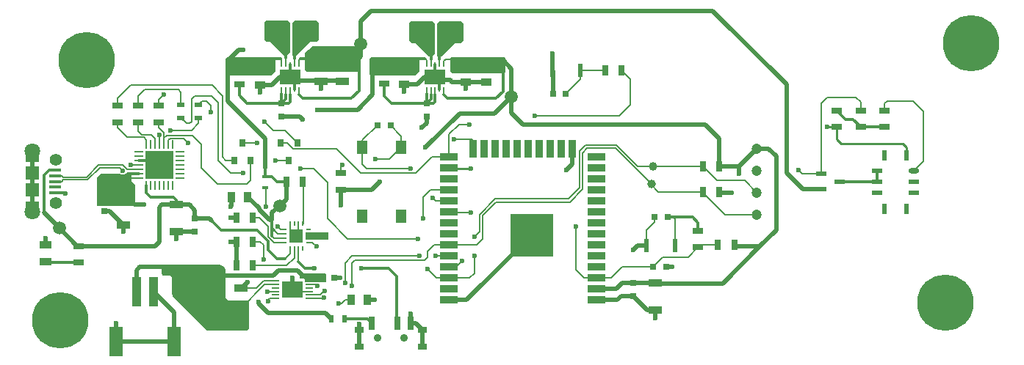
<source format=gtl>
G04*
G04 #@! TF.GenerationSoftware,Altium Limited,Altium Designer,18.1.9 (240)*
G04*
G04 Layer_Physical_Order=1*
G04 Layer_Color=255*
%FSLAX25Y25*%
%MOIN*%
G70*
G01*
G75*
%ADD12C,0.01181*%
%ADD14C,0.00787*%
%ADD17C,0.01000*%
%ADD18R,0.06299X0.03543*%
%ADD19R,0.02756X0.05118*%
%ADD20R,0.03543X0.05118*%
%ADD21O,0.03543X0.00787*%
%ADD22R,0.09646X0.07677*%
%ADD23C,0.05906*%
%ADD24R,0.05906X0.13386*%
%ADD25R,0.03937X0.13780*%
%ADD26C,0.03937*%
%ADD27R,0.05354X0.03386*%
%ADD28R,0.05118X0.02756*%
%ADD29R,0.06102X0.05906*%
%ADD30R,0.05315X0.01772*%
%ADD31R,0.04724X0.02362*%
%ADD32O,0.04724X0.02362*%
%ADD33R,0.02362X0.04724*%
%ADD34R,0.19685X0.19685*%
%ADD35R,0.07874X0.03543*%
%ADD36R,0.03543X0.07874*%
%ADD37R,0.03976X0.01063*%
%ADD38R,0.01063X0.03976*%
%ADD39R,0.12795X0.12795*%
%ADD40R,0.03150X0.03150*%
%ADD41R,0.02362X0.03543*%
%ADD42R,0.05118X0.06102*%
%ADD43R,0.06299X0.06299*%
%ADD44O,0.02362X0.00984*%
%ADD45R,0.02362X0.00984*%
%ADD46R,0.00984X0.02362*%
%ADD47R,0.03150X0.03543*%
%ADD48R,0.00945X0.02362*%
%ADD49R,0.09400X0.06500*%
%ADD50R,0.02165X0.05906*%
%ADD51R,0.03150X0.03150*%
%ADD52R,0.05118X0.03543*%
%ADD53R,0.03543X0.02362*%
%ADD54R,0.04646X0.02402*%
%ADD55R,0.02756X0.05906*%
%ADD56R,0.03937X0.03150*%
%ADD57R,0.03150X0.01181*%
%ADD66C,0.04724*%
%ADD103C,0.01968*%
%ADD104C,0.00600*%
%ADD105C,0.25591*%
%ADD106C,0.07087*%
%ADD107C,0.05543*%
%ADD108C,0.03543*%
%ADD109C,0.02362*%
G36*
X137008Y154724D02*
Y147244D01*
X135827Y146063D01*
X133016D01*
X126717Y139764D01*
X124803D01*
Y154921D01*
X125787Y155905D01*
X135827D01*
X137008Y154724D01*
D02*
G37*
G36*
X124016D02*
Y141339D01*
X122441Y139764D01*
X121260D01*
X118504Y142520D01*
X114960Y146063D01*
X113386Y146063D01*
X112205Y147244D01*
X112205Y155118D01*
X112992Y155905D01*
X122835D01*
X124016Y154724D01*
D02*
G37*
G36*
X202756Y154331D02*
Y146850D01*
X201575Y145669D01*
X198765D01*
X192465Y139370D01*
X190551D01*
Y154527D01*
X191535Y155512D01*
X201575D01*
X202756Y154331D01*
D02*
G37*
G36*
X189764D02*
Y140945D01*
X188189Y139370D01*
X187008D01*
X184252Y142126D01*
X180708Y145669D01*
X179134Y145669D01*
X177953Y146850D01*
X177953Y154724D01*
X178740Y155512D01*
X188583D01*
X189764Y154331D01*
D02*
G37*
G36*
X155965Y142461D02*
X155965Y132795D01*
X155571Y132402D01*
X131555D01*
X130709Y133248D01*
Y139035D01*
Y141176D01*
X134292Y144291D01*
X154134D01*
X155965Y142461D01*
D02*
G37*
G36*
X221713Y138673D02*
Y132374D01*
X221319Y131980D01*
X197303D01*
X196457Y132827D01*
Y138614D01*
Y138673D01*
X196909Y139067D01*
X221319D01*
X221713Y138673D01*
D02*
G37*
G36*
X182496Y138123D02*
Y132480D01*
X180724Y130709D01*
X160646D01*
X159858Y131496D01*
Y138189D01*
X160777Y139108D01*
X181512D01*
X182496Y138123D01*
D02*
G37*
G36*
X117126D02*
Y132480D01*
X115354Y130709D01*
X95276D01*
X94488Y131496D01*
Y138189D01*
X95407Y139108D01*
X116142D01*
X117126Y138123D01*
D02*
G37*
G36*
X51968Y82677D02*
X53543Y81102D01*
X53543Y72441D01*
X52756Y71653D01*
X36220Y71653D01*
X36220Y84410D01*
X38090Y86279D01*
X46764Y86279D01*
X47160Y86015D01*
X47816Y85884D01*
X48472Y86015D01*
X48868Y86279D01*
X51968D01*
Y82677D01*
D02*
G37*
G36*
X140984Y59556D02*
X141150Y59390D01*
X141240Y59173D01*
Y59055D01*
Y56791D01*
Y56674D01*
X141150Y56457D01*
X140984Y56291D01*
X140767Y56201D01*
X131398D01*
X131217Y56276D01*
X131079Y56414D01*
X131004Y56595D01*
Y56693D01*
Y59547D01*
Y59567D01*
X131019Y59603D01*
X131047Y59631D01*
X131083Y59646D01*
X140767D01*
X140984Y59556D01*
D02*
G37*
G36*
X140098Y40855D02*
X140264Y40689D01*
X140354Y40472D01*
Y40354D01*
Y37500D01*
Y37383D01*
X140264Y37165D01*
X140098Y36999D01*
X139881Y36909D01*
X130985D01*
X130768Y36999D01*
X130602Y37165D01*
X130512Y37383D01*
Y37500D01*
Y38091D01*
X130502Y38187D01*
X130429Y38364D01*
X130293Y38500D01*
X130116Y38573D01*
X130020Y38583D01*
X128638D01*
X128504Y38638D01*
X128402Y38740D01*
X128347Y38874D01*
Y38946D01*
Y40945D01*
X139881D01*
X140098Y40855D01*
D02*
G37*
G36*
X92077Y44844D02*
X92722Y44577D01*
X93302Y44189D01*
X93796Y43696D01*
X94183Y43115D01*
X94450Y42470D01*
X94587Y41786D01*
Y41437D01*
Y30315D01*
X94619Y29989D01*
X94869Y29385D01*
X95330Y28924D01*
X95933Y28674D01*
X96260Y28642D01*
X104192D01*
X104662Y28447D01*
X105022Y28087D01*
X105217Y27617D01*
Y27362D01*
Y16043D01*
Y15828D01*
X105052Y15430D01*
X104747Y15125D01*
X104349Y14961D01*
X85827D01*
X70473Y30512D01*
Y38748D01*
X70453Y38946D01*
X70301Y39312D01*
X70021Y39593D01*
X69655Y39744D01*
X69457Y39764D01*
X66694D01*
X66260Y39944D01*
X65928Y40276D01*
X65748Y40710D01*
Y40945D01*
Y44488D01*
Y44586D01*
X65823Y44767D01*
X65961Y44905D01*
X66142Y44980D01*
X91392D01*
X92077Y44844D01*
D02*
G37*
D12*
X148622Y20079D02*
X159055D01*
X129528Y39764D02*
X135827D01*
X297638Y66535D02*
X306496D01*
X295276D02*
X297638D01*
X306496D02*
X309055Y63976D01*
Y60236D02*
Y63976D01*
X62598Y92126D02*
X64567Y90158D01*
X55276Y92126D02*
X62598D01*
X372047Y114961D02*
X375984Y111024D01*
X379331D01*
X382874Y107480D01*
X382874Y107480D01*
X393701D01*
X220472Y123577D02*
Y132795D01*
X191732Y138222D02*
Y142366D01*
X187795Y138071D02*
Y140945D01*
X50246Y86221D02*
X55276D01*
X114960Y138583D02*
X115026Y138648D01*
X119501D01*
X180708Y138222D02*
X181069Y138583D01*
X185039D01*
X21654Y77559D02*
X22047Y77165D01*
X17421Y77559D02*
X21654D01*
X125696Y128543D02*
X125984Y128255D01*
X390354Y82598D02*
Y87598D01*
X373130Y82677D02*
X373209Y82598D01*
X390354D01*
X159055Y20079D02*
X160827Y18307D01*
X115748Y61417D02*
Y65354D01*
X112779Y84842D02*
Y88724D01*
Y84842D02*
X115761D01*
X117926Y82677D01*
X122228D01*
X156299Y43307D02*
X168504D01*
X130709D02*
X135039D01*
X168504D02*
X172441Y39370D01*
Y19488D02*
Y39370D01*
X12992Y46161D02*
X13287Y45866D01*
X27953D01*
X115748Y61417D02*
X116535Y60630D01*
X115748Y57874D02*
Y61417D01*
X108794Y60630D02*
X113961Y55463D01*
X92520Y60630D02*
X108794D01*
X113961Y51394D02*
Y55463D01*
X127756Y46260D02*
X130709Y43307D01*
X72244Y72047D02*
Y74213D01*
X70866Y75590D02*
X72244Y74213D01*
X60669Y75590D02*
X70866D01*
X58661Y77598D02*
X60669Y75590D01*
X58661Y77598D02*
Y80866D01*
X14567Y87795D02*
X17421D01*
X12205Y85433D02*
X14567Y87795D01*
X12205Y68504D02*
Y85433D01*
X88189Y64961D02*
X92520Y60630D01*
X113961Y51394D02*
X117913Y47441D01*
X121471D01*
X170079Y118110D02*
X185827D01*
X166535Y121653D02*
X170079Y118110D01*
X166535Y121653D02*
Y127362D01*
X185827Y122441D02*
X185827Y118110D01*
X189764Y122047D02*
X189764Y118898D01*
X188976Y118110D02*
X189764Y118898D01*
X185827Y118110D02*
X188976D01*
X185827D02*
X187795Y120079D01*
X187795Y122047D02*
X187795Y120079D01*
X217368Y120472D02*
X220472Y123577D01*
X195276Y120472D02*
X217368D01*
X193701Y122047D02*
X195276Y120472D01*
X189764Y130224D02*
Y136024D01*
X191732Y124424D02*
Y128255D01*
X125984Y138616D02*
Y141339D01*
X122047Y138976D02*
Y140748D01*
X124016Y130224D02*
Y136024D01*
X125984Y124424D02*
Y128255D01*
X155118Y123971D02*
Y133252D01*
X151620Y120472D02*
X155118Y123971D01*
X129528Y120472D02*
X151620D01*
X128740Y138616D02*
X132251D01*
X127953Y122047D02*
X129528Y120472D01*
X100787Y121760D02*
Y126969D01*
Y121760D02*
X104437Y118110D01*
X120079D01*
X122047Y122047D02*
X122047Y120079D01*
X120079Y118110D02*
X122047Y120079D01*
X120079Y118110D02*
X123228D01*
X124016Y118898D01*
X124016Y122047D02*
X124016Y118898D01*
X120079Y122441D02*
X120079Y118110D01*
X131693Y150295D02*
Y151083D01*
X116732Y150295D02*
Y151083D01*
D14*
X148819Y36614D02*
Y45669D01*
X130034Y63695D02*
Y82352D01*
X129724Y63386D02*
X130034Y63695D01*
X129709Y82677D02*
X130034Y82352D01*
X132480Y37402D02*
X136436D01*
X137992Y38958D01*
Y39764D01*
X135827D02*
X137992D01*
X112402Y35827D02*
X117126D01*
X101575Y25000D02*
X112402Y35827D01*
X101575Y22638D02*
Y25000D01*
X111917Y37402D02*
X117126D01*
X108571Y34055D02*
X111917Y37402D01*
X101575Y34055D02*
X108571D01*
X191732Y73740D02*
X196063D01*
X190039D02*
X191732D01*
X188583Y75197D02*
X190039Y73740D01*
X187563Y78740D02*
X196063D01*
X184252Y65748D02*
Y75429D01*
X187563Y78740D01*
X158661Y88583D02*
X178543D01*
X156102Y86417D02*
X180905D01*
X144949Y97571D02*
X156102Y86417D01*
X180905D02*
X188228Y93740D01*
X156693Y90551D02*
X158661Y88583D01*
X156693Y90551D02*
Y98327D01*
Y101378D02*
X163583Y108268D01*
X156693Y98327D02*
Y101378D01*
X174409Y98327D02*
Y103347D01*
X169488Y108268D02*
X174409Y103347D01*
X188228Y93740D02*
X196063D01*
X309055Y52756D02*
X310039Y53740D01*
X318110D01*
X269724Y38740D02*
X274724Y43740D01*
X288583D01*
X293071Y48228D01*
X304528D01*
X309055Y52756D01*
X285728Y53543D02*
Y60532D01*
X289370Y64173D01*
Y66535D01*
X124803Y33465D02*
X125591Y32677D01*
X132480D01*
X262992Y38740D02*
X269724D01*
X194488Y138222D02*
X198064D01*
X198425Y138583D01*
X126772Y57874D02*
X127756Y58858D01*
X125787D02*
X126772Y57874D01*
X123819Y60827D02*
X125787Y58858D01*
X123819Y60827D02*
Y63386D01*
X127756Y58858D02*
Y63386D01*
X49213Y84252D02*
X55276D01*
X48868Y84842D02*
X50246Y86221D01*
X196063Y43740D02*
X199252D01*
X201968Y46457D01*
X87795Y114173D02*
Y117307D01*
X85827Y119276D02*
X87795Y117307D01*
X84039Y119276D02*
X85827D01*
X82284Y117520D02*
X84039Y119276D01*
X191247Y128740D02*
X191732Y128255D01*
X365059Y86279D02*
Y118209D01*
X367717Y120866D01*
X380709D01*
X382874Y118701D01*
Y114961D02*
Y118701D01*
X196063Y68740D02*
X196299Y68504D01*
X205906D01*
X354724Y87795D02*
X356240Y86279D01*
X365059D01*
X407087Y87598D02*
X411417Y91929D01*
Y114567D01*
X406693Y119291D02*
X411417Y114567D01*
X394882Y119291D02*
X406693D01*
X393701Y118110D02*
X394882Y119291D01*
X393701Y114961D02*
Y118110D01*
X196063Y93740D02*
Y104134D01*
X200591Y108661D01*
X205118D01*
X235039Y112598D02*
X273425D01*
X278346Y117520D01*
Y129224D01*
X274410Y133161D02*
X278346Y129224D01*
X207028Y97677D02*
Y101240D01*
X206299Y101969D02*
X207028Y101240D01*
X198425Y101969D02*
X206299D01*
X75622Y102331D02*
X77716Y100236D01*
X67791Y103618D02*
X79453D01*
X83465Y99606D01*
X69457Y102331D02*
X75622D01*
X68504Y101378D02*
X69457Y102331D01*
X66548Y102375D02*
X67791Y103618D01*
X68504Y99449D02*
Y101378D01*
X66535Y99449D02*
Y102362D01*
X66548Y102375D01*
X168996Y92913D02*
X174409Y98327D01*
X162598Y92913D02*
X168996D01*
X146850Y89335D02*
X147673Y90158D01*
X146850Y86417D02*
Y89335D01*
X125220Y97571D02*
X144949D01*
X122555Y100236D02*
X125220Y97571D01*
X119685Y100236D02*
X122555D01*
X117323Y92362D02*
X123425D01*
X83465Y88976D02*
Y99606D01*
Y88976D02*
X90945Y81496D01*
X104331D01*
X106102Y83268D01*
Y92362D01*
X257323Y38740D02*
X262992D01*
X253543Y42520D02*
X257323Y38740D01*
X253543Y42520D02*
Y62205D01*
X250847Y73228D02*
X256693Y79075D01*
X250194Y74803D02*
X255405Y80014D01*
X217077Y74803D02*
X250194D01*
X209842Y67569D02*
X217077Y74803D01*
X102362Y100236D02*
X108898D01*
X121496Y105905D02*
X127165Y100236D01*
X116181Y105905D02*
X121496D01*
X112244Y109843D02*
X116181Y105905D01*
X112205Y109843D02*
X112244D01*
X64213Y119724D02*
X66535Y122047D01*
X64213Y117126D02*
Y119724D01*
X148819Y28740D02*
X151575D01*
X147244Y27165D02*
X148819Y28740D01*
X146063Y27165D02*
X147244D01*
X138976Y29528D02*
X139370Y29921D01*
X139442Y32927D02*
X139764D01*
X137617Y31102D02*
X139442Y32927D01*
X132480Y29528D02*
X138976D01*
X132480Y31102D02*
X137617D01*
X135433Y35827D02*
X136220Y35040D01*
X151969Y45669D02*
X153150Y46850D01*
X151969Y35039D02*
Y45669D01*
X148819D02*
X152075Y48925D01*
X132480Y35827D02*
X135433D01*
X113961Y28346D02*
Y28921D01*
X114567Y29528D01*
X117126D01*
X297638Y66535D02*
X298524Y65650D01*
Y53543D02*
Y65650D01*
X249035Y122571D02*
X255630Y129165D01*
Y133161D01*
X266929D01*
X128740Y88583D02*
X134646D01*
X96850Y86614D02*
X102756D01*
X112779Y79724D02*
X112992Y79512D01*
Y71260D02*
Y79512D01*
X118307Y62205D02*
X119685Y60827D01*
X121260D01*
X134055Y54921D02*
X135827Y53150D01*
X132283Y54921D02*
X134055D01*
X195984Y48819D02*
X196063Y48740D01*
X189961Y48819D02*
X195984D01*
X186221Y48228D02*
Y50787D01*
X184843Y46850D02*
X186221Y48228D01*
X153150Y46850D02*
X184843D01*
X186221Y50787D02*
X189173Y53740D01*
X196063D01*
X150000Y56693D02*
X182087D01*
X140945Y65748D02*
X150000Y56693D01*
X140945Y65748D02*
Y82284D01*
X134646Y88583D02*
X140945Y82284D01*
X91339Y92126D02*
X96850Y86614D01*
X91339Y92126D02*
Y118504D01*
X88386Y121457D02*
X91339Y118504D01*
X80512Y121457D02*
X88386D01*
X79134Y120079D02*
X80512Y121457D01*
X79134Y109843D02*
Y120079D01*
X78347Y109055D02*
X79134Y109843D01*
X76968Y109055D02*
X78347D01*
X76968Y109055D02*
X76968Y109055D01*
X74410Y111614D02*
X76968Y109055D01*
X74410Y117520D02*
Y123228D01*
X73228Y124409D02*
X74410Y123228D01*
X57874Y124409D02*
X73228D01*
X54921Y121457D02*
X57874Y124409D01*
X54921Y117126D02*
Y121457D01*
X94646Y92362D02*
X98622D01*
X93307Y93701D02*
X94646Y92362D01*
X93307Y93701D02*
Y121653D01*
X88583Y126378D02*
X93307Y121653D01*
X51621Y126378D02*
X88583D01*
X45630Y120387D02*
X51621Y126378D01*
X45630Y117126D02*
Y120387D01*
X152075Y48925D02*
X182480D01*
X311221Y89567D02*
X317717Y83071D01*
X330157D01*
X288583Y89567D02*
X311221D01*
X258077Y99280D02*
X271980D01*
X255405Y96609D02*
X258077Y99280D01*
X281693Y89567D02*
X288583D01*
X271980Y99280D02*
X281693Y89567D01*
X255405Y80014D02*
Y96609D01*
X330157Y83071D02*
X335630Y77598D01*
X209842Y59842D02*
Y67569D01*
X207480Y40945D02*
Y48819D01*
Y57480D02*
X209842Y59842D01*
X205276Y38740D02*
X207480Y40945D01*
X186221Y42913D02*
X190394Y38740D01*
X196063D02*
X205276D01*
X190394D02*
X196063D01*
X271586Y97705D02*
X287795Y81496D01*
X291080Y77953D02*
X310827D01*
X287795Y81238D02*
Y81496D01*
X258729Y97705D02*
X271586D01*
X256693Y95669D02*
X258729Y97705D01*
X256693Y79075D02*
Y95669D01*
X311221Y77559D02*
X321181Y67598D01*
X335630D01*
X287795Y81238D02*
X291080Y77953D01*
X310827D02*
X311221Y77559D01*
X217323Y73228D02*
X250847D01*
X211417Y67323D02*
X217323Y73228D01*
X211417Y56496D02*
Y67323D01*
X208661Y53740D02*
X211417Y56496D01*
X196063Y53740D02*
X208661D01*
X115748Y57874D02*
X116732Y56890D01*
X116602Y54921D02*
X121260D01*
X113870Y57653D02*
X116602Y54921D01*
X113870Y57653D02*
Y62221D01*
X109949Y66142D02*
X113870Y62221D01*
X107087Y66142D02*
X109949D01*
X127756Y46260D02*
Y52362D01*
X121471Y47441D02*
X123819Y49789D01*
Y52362D01*
X116732Y56890D02*
X121260D01*
X116535Y60630D02*
X118307Y58858D01*
X121260D01*
X185039Y138583D02*
X185827Y137795D01*
Y136024D02*
Y137795D01*
X191732Y136024D02*
Y138222D01*
X187795Y136024D02*
Y138071D01*
X185827Y122441D02*
X185827Y124424D01*
X187795Y122047D02*
X187795Y124424D01*
X189764Y122047D02*
X189764Y124424D01*
X193701Y122047D02*
Y124424D01*
Y137434D02*
X194488Y138222D01*
X193701Y136024D02*
Y137434D01*
X125984Y136024D02*
Y138616D01*
X120079Y136024D02*
Y138071D01*
X119501Y138648D02*
X120079Y138071D01*
X122047Y136024D02*
Y138976D01*
X127953Y137828D02*
X128740Y138616D01*
X127953Y136024D02*
Y137828D01*
Y122047D02*
Y124424D01*
X124016Y122047D02*
X124016Y124424D01*
X122047Y122047D02*
X122047Y124424D01*
X120079Y122441D02*
X120079Y124424D01*
X107087Y55315D02*
X110236D01*
X111811Y53740D01*
Y47244D02*
Y53740D01*
X113779Y32677D02*
X117126D01*
X117126Y37402D02*
X117126Y37402D01*
D17*
X196063Y88740D02*
X196221Y88583D01*
X205906D01*
X367717Y107480D02*
X372047D01*
Y101969D02*
Y107480D01*
Y101969D02*
X374016Y100000D01*
X401968D01*
X403721Y98248D01*
Y94646D02*
Y98248D01*
D18*
X147673Y140551D02*
D03*
Y128347D02*
D03*
X137795Y140551D02*
D03*
Y128347D02*
D03*
X101575Y34055D02*
D03*
Y22638D02*
D03*
X289567Y24213D02*
D03*
Y36417D02*
D03*
X72244Y59842D02*
D03*
Y72047D02*
D03*
X48228Y62992D02*
D03*
Y75197D02*
D03*
D19*
X311221Y77756D02*
D03*
X318701D02*
D03*
X318701Y89567D02*
D03*
X311221D02*
D03*
X107087Y66142D02*
D03*
X99606D02*
D03*
X122228Y82677D02*
D03*
X129709D02*
D03*
X325590Y53740D02*
D03*
X318110D02*
D03*
X274410Y133161D02*
D03*
X266929D02*
D03*
X107087Y44488D02*
D03*
X99606D02*
D03*
Y55315D02*
D03*
X107087D02*
D03*
D20*
X97146Y75590D02*
D03*
X104626D02*
D03*
X151575Y28740D02*
D03*
X159055D02*
D03*
X196850Y151083D02*
D03*
X181890D02*
D03*
X116732D02*
D03*
X131693D02*
D03*
D21*
X132480Y29528D02*
D03*
Y31102D02*
D03*
Y32677D02*
D03*
Y34252D02*
D03*
Y35827D02*
D03*
Y37402D02*
D03*
X117126D02*
D03*
Y35827D02*
D03*
Y34252D02*
D03*
Y32677D02*
D03*
Y31102D02*
D03*
Y29528D02*
D03*
D22*
X124803Y33465D02*
D03*
D23*
X119291Y71653D02*
D03*
X19291Y61417D02*
D03*
X224213Y121063D02*
D03*
X155965Y145276D02*
D03*
D24*
X44882Y9843D02*
D03*
X71260D02*
D03*
D25*
X54134Y32480D02*
D03*
X62008D02*
D03*
D26*
X287795Y81496D02*
D03*
X288583Y89567D02*
D03*
X43807Y82571D02*
D03*
D27*
X12992Y53839D02*
D03*
Y46161D02*
D03*
D28*
X27953Y53347D02*
D03*
Y45866D02*
D03*
X393701Y114961D02*
D03*
Y107480D02*
D03*
X309055Y52756D02*
D03*
Y60236D02*
D03*
X146850Y78937D02*
D03*
Y86417D02*
D03*
X166535Y127362D02*
D03*
Y134843D02*
D03*
X54921Y109646D02*
D03*
Y117126D02*
D03*
X45630Y109646D02*
D03*
Y117126D02*
D03*
X64213Y109646D02*
D03*
Y117126D02*
D03*
X382874Y114961D02*
D03*
Y107480D02*
D03*
X372047Y114961D02*
D03*
Y107480D02*
D03*
X100787Y126969D02*
D03*
Y134449D02*
D03*
D29*
X6890Y70669D02*
D03*
Y94685D02*
D03*
Y78740D02*
D03*
Y86614D02*
D03*
D30*
X17421Y77559D02*
D03*
Y80118D02*
D03*
Y82677D02*
D03*
Y85236D02*
D03*
Y87795D02*
D03*
D31*
X407087Y77598D02*
D03*
Y82598D02*
D03*
X390354Y87598D02*
D03*
Y82598D02*
D03*
Y77598D02*
D03*
D32*
X407087Y87598D02*
D03*
D33*
X403721Y94646D02*
D03*
X393721D02*
D03*
Y70079D02*
D03*
X403721D02*
D03*
D34*
X233465Y58268D02*
D03*
D35*
X262992Y28740D02*
D03*
Y33740D02*
D03*
Y38740D02*
D03*
Y43740D02*
D03*
Y48740D02*
D03*
Y53740D02*
D03*
Y58740D02*
D03*
Y63740D02*
D03*
Y68740D02*
D03*
Y73740D02*
D03*
Y78740D02*
D03*
Y83740D02*
D03*
Y88740D02*
D03*
Y93740D02*
D03*
X196063D02*
D03*
Y88740D02*
D03*
Y83740D02*
D03*
Y78740D02*
D03*
Y73740D02*
D03*
Y68740D02*
D03*
Y63740D02*
D03*
Y58740D02*
D03*
Y53740D02*
D03*
Y48740D02*
D03*
Y43740D02*
D03*
Y38740D02*
D03*
Y33740D02*
D03*
Y28740D02*
D03*
D36*
X252028Y97677D02*
D03*
X247028D02*
D03*
X242028D02*
D03*
X237028D02*
D03*
X232028D02*
D03*
X227028D02*
D03*
X222028D02*
D03*
X217028D02*
D03*
X212028D02*
D03*
X207028D02*
D03*
D37*
X55276Y96063D02*
D03*
Y94095D02*
D03*
Y92126D02*
D03*
Y90158D02*
D03*
Y88189D02*
D03*
Y86221D02*
D03*
Y84252D02*
D03*
X73858D02*
D03*
Y86221D02*
D03*
Y88189D02*
D03*
Y90158D02*
D03*
Y92126D02*
D03*
Y94095D02*
D03*
Y96063D02*
D03*
D38*
X58661Y80866D02*
D03*
X60630D02*
D03*
X62598D02*
D03*
X64567D02*
D03*
X66535D02*
D03*
X68504D02*
D03*
X70473D02*
D03*
Y99449D02*
D03*
X68504D02*
D03*
X66535D02*
D03*
X64567D02*
D03*
X62598D02*
D03*
X60630D02*
D03*
X58661D02*
D03*
D39*
X64567Y90158D02*
D03*
D40*
X289370Y66535D02*
D03*
X295276D02*
D03*
X169488Y108268D02*
D03*
X163583D02*
D03*
X288583Y43740D02*
D03*
X294488D02*
D03*
X249035Y122571D02*
D03*
X243130D02*
D03*
X143898Y38958D02*
D03*
X137992D02*
D03*
D41*
X148622Y20079D02*
D03*
X142717D02*
D03*
D42*
X156693Y67028D02*
D03*
Y98327D02*
D03*
X174409Y67028D02*
D03*
Y98327D02*
D03*
D43*
X126772Y57874D02*
D03*
D44*
X132283Y54921D02*
D03*
D45*
Y56890D02*
D03*
Y58858D02*
D03*
Y60827D02*
D03*
X121260D02*
D03*
Y58858D02*
D03*
Y56890D02*
D03*
Y54921D02*
D03*
D46*
X129724Y63386D02*
D03*
X127756D02*
D03*
X125787D02*
D03*
X123819D02*
D03*
Y52362D02*
D03*
X125787D02*
D03*
X127756D02*
D03*
X129724D02*
D03*
D47*
X119685Y100236D02*
D03*
X127165D02*
D03*
X123425Y92362D02*
D03*
X106102D02*
D03*
X98622D02*
D03*
X102362Y100236D02*
D03*
D48*
X127953Y136024D02*
D03*
X125984D02*
D03*
X124016D02*
D03*
X122047D02*
D03*
X120079D02*
D03*
Y124424D02*
D03*
X122047D02*
D03*
X124016D02*
D03*
X125984D02*
D03*
X127953D02*
D03*
X193701D02*
D03*
X191732D02*
D03*
X189764D02*
D03*
X187795D02*
D03*
X185827D02*
D03*
Y136024D02*
D03*
X187795D02*
D03*
X189764D02*
D03*
X191732D02*
D03*
X193701D02*
D03*
D49*
X124016Y130224D02*
D03*
X189764D02*
D03*
D50*
X285728Y53543D02*
D03*
X298524D02*
D03*
X242835Y133161D02*
D03*
X255630D02*
D03*
D51*
X185827Y118110D02*
D03*
Y112205D02*
D03*
X279724Y36417D02*
D03*
Y30512D02*
D03*
X120079Y118110D02*
D03*
Y112205D02*
D03*
X80709Y65748D02*
D03*
Y59842D02*
D03*
X39764Y75197D02*
D03*
Y69291D02*
D03*
D52*
X212992Y127854D02*
D03*
Y135335D02*
D03*
X203543Y127854D02*
D03*
Y135335D02*
D03*
X175591Y134449D02*
D03*
Y126969D02*
D03*
X110236Y134055D02*
D03*
Y126575D02*
D03*
D53*
X74410Y111614D02*
D03*
Y117520D02*
D03*
X82284Y117520D02*
D03*
Y111614D02*
D03*
D54*
X365059Y86279D02*
D03*
Y79075D02*
D03*
X373130Y82677D02*
D03*
D55*
X172638Y18307D02*
D03*
X160827D02*
D03*
X178543D02*
D03*
D56*
X155315Y7618D02*
D03*
X184055D02*
D03*
X155315Y15216D02*
D03*
X184055D02*
D03*
D57*
X112779Y79724D02*
D03*
Y84842D02*
D03*
D66*
X335630Y97598D02*
D03*
Y87598D02*
D03*
Y77598D02*
D03*
Y67598D02*
D03*
D103*
X159055Y28740D02*
X162402D01*
X178543Y18307D02*
Y22638D01*
X294488Y43740D02*
X297244D01*
X289567Y20669D02*
Y24213D01*
X96949Y71358D02*
X97146Y71555D01*
Y75590D01*
X114469Y65354D02*
X115748D01*
X109843Y69980D02*
X114469Y65354D01*
X109843Y69980D02*
Y70374D01*
X104626Y75590D02*
X109843Y70374D01*
X155315Y7618D02*
Y15216D01*
Y17717D01*
X146635Y38958D02*
X146653Y38976D01*
X143898Y38958D02*
X146635D01*
X109547Y27362D02*
Y27854D01*
Y27362D02*
X113976Y22933D01*
X139862D01*
X142717Y20079D01*
X101575Y34055D02*
X104528Y37008D01*
X71260Y39764D02*
X116142D01*
X127165Y42126D02*
X129528Y39764D01*
X118504Y42126D02*
X127165D01*
X116142Y39764D02*
X118504Y42126D01*
X54134Y32480D02*
Y42126D01*
X55748Y43740D01*
X67283D01*
X71260Y39764D01*
Y31528D02*
Y39764D01*
Y31528D02*
X86449Y16339D01*
X99547D01*
X101575Y18366D01*
Y22638D01*
X6890Y70669D02*
Y78740D01*
Y86614D02*
Y94685D01*
Y78740D02*
Y86614D01*
X110236Y123228D02*
Y126575D01*
X137795Y124817D02*
Y128543D01*
X203543Y124817D02*
Y127854D01*
X175591Y123577D02*
Y126969D01*
X12992Y53839D02*
Y56890D01*
X48228Y59842D02*
Y62992D01*
X72244Y56693D02*
Y59842D01*
X96850Y66142D02*
X99606D01*
X96850Y55315D02*
X99606D01*
X124803Y33465D02*
Y38740D01*
X44882Y9843D02*
Y18307D01*
Y9843D02*
X71260D01*
X62008Y32480D02*
X71260Y23228D01*
Y9843D02*
Y23228D01*
X337047Y53150D02*
X344488Y60590D01*
X320118Y36220D02*
X337047Y53150D01*
X325590Y53740D02*
X326181Y53150D01*
X337047D01*
X289567Y36417D02*
X289764Y36220D01*
X320118D01*
X344488Y60590D02*
Y94095D01*
X340984Y97598D02*
X344488Y94095D01*
X335630Y97598D02*
X340984D01*
X220472Y137828D02*
X224410Y133891D01*
X95669Y137434D02*
X100755Y142520D01*
X95669Y119276D02*
Y137434D01*
X161417Y122047D02*
Y133161D01*
X100755Y142520D02*
X102756D01*
X136221Y115354D02*
X154724D01*
X161417Y122047D01*
X178543Y18307D02*
X180965D01*
X184055Y15216D01*
Y7618D02*
Y15216D01*
X99606Y44488D02*
Y55315D01*
X72244Y59842D02*
X80709D01*
X41929Y69291D02*
X48228Y62992D01*
X39764Y69291D02*
X41929D01*
X128347Y112205D02*
X129528Y111024D01*
X120079Y112205D02*
X128347D01*
X119291Y130224D02*
X124016D01*
X115642Y126575D02*
X119291Y130224D01*
X110236Y126575D02*
X115642D01*
X124016Y130224D02*
X125696Y128543D01*
X137795D01*
X147173D01*
X183661Y107087D02*
X185827Y109252D01*
Y112205D01*
X189764Y130224D02*
X191247Y128740D01*
X196457D01*
X197343Y127854D01*
X203543D01*
X212992D01*
X184948Y130224D02*
X189764D01*
X181693Y126969D02*
X184948Y130224D01*
X175591Y126969D02*
X181693D01*
X203937Y28740D02*
X233465Y58268D01*
X196063Y28740D02*
X203937D01*
X249213Y87795D02*
X252028Y90610D01*
Y97677D01*
X242835Y133161D02*
Y140945D01*
Y133161D02*
X243130Y132866D01*
Y122571D02*
Y132866D01*
X274213Y30512D02*
X279724D01*
X272441Y28740D02*
X274213Y30512D01*
X262992Y28740D02*
X272441D01*
X279724Y51575D02*
X281693Y53543D01*
X285728D01*
X286024Y24213D02*
X289567D01*
X279724Y30512D02*
X286024Y24213D01*
X155965Y145276D02*
Y155512D01*
X160689Y160236D01*
X315748D01*
X349213Y126772D01*
Y86614D02*
Y126772D01*
Y86614D02*
X356752Y79075D01*
X365059D01*
X224410Y121260D02*
Y133891D01*
Y113779D02*
Y121260D01*
X216535Y113386D02*
X224410Y121260D01*
X200787Y113386D02*
X216535D01*
X185433Y98032D02*
X200787Y113386D01*
X160827Y78937D02*
X164461Y82571D01*
X146850Y78937D02*
X160827D01*
X53150Y72047D02*
X57480D01*
X50000Y75197D02*
X53150Y72047D01*
X48228Y75197D02*
X50000D01*
X146850Y71831D02*
Y78937D01*
X118898Y71653D02*
X119291D01*
X115748Y68504D02*
X118898Y71653D01*
X119291D02*
X122228Y74590D01*
X12205Y68504D02*
Y68504D01*
Y68504D02*
X19291Y61417D01*
X27559Y53150D02*
X62598D01*
X19291Y61417D02*
X27362Y53347D01*
X27953D01*
X112779Y88724D02*
Y102165D01*
X95669Y119276D02*
X112779Y102165D01*
X115748Y65354D02*
Y68504D01*
X122228Y74590D02*
Y82677D01*
X224410Y113779D02*
X229528Y108661D01*
X312205D01*
X318701Y102165D01*
Y89567D02*
Y102165D01*
X327598Y86260D02*
Y89567D01*
X327559Y86221D02*
X327598Y86260D01*
X318701Y77559D02*
X324409D01*
X279724Y36417D02*
X279724Y36417D01*
X289567D01*
X274606Y36417D02*
X279724D01*
X271929Y33740D02*
X274606Y36417D01*
X262992Y33740D02*
X271929D01*
X153937Y137434D02*
X155965Y139462D01*
Y145276D01*
X62598Y53150D02*
X64567Y55118D01*
Y70866D01*
X65748Y72047D01*
X72244D01*
X78347D01*
X80709Y69685D01*
Y65748D02*
Y69685D01*
Y65748D02*
X87402D01*
X88189Y64961D01*
X327598Y89567D02*
X335630Y97598D01*
X318701Y89567D02*
X327598D01*
D104*
X45630Y107126D02*
Y109449D01*
X66548Y102375D02*
Y104758D01*
X107087Y44488D02*
X122441D01*
X125787Y47835D01*
Y52362D01*
X82284Y109055D02*
Y111614D01*
X79134Y105905D02*
X82284Y109055D01*
X69685Y105905D02*
X79134D01*
X64567Y99449D02*
Y103937D01*
X64213Y107093D02*
X66548Y104758D01*
X64213Y107093D02*
Y109646D01*
X61024Y103937D02*
X62598Y102362D01*
Y99449D02*
Y102362D01*
X54921Y105512D02*
Y109646D01*
Y105512D02*
X56496Y103937D01*
X61024D01*
X58661Y99449D02*
Y101575D01*
X57480Y102756D02*
X58661Y101575D01*
X50000Y102756D02*
X57480D01*
X45630Y107126D02*
X50000Y102756D01*
X55275Y90157D02*
X55276Y90158D01*
X51575Y90157D02*
X55275D01*
X48058Y90158D02*
X50040Y88176D01*
X37047Y90158D02*
X48058D01*
X50040Y88176D02*
X55263D01*
X55276Y88189D01*
X46457Y88958D02*
X47816Y87598D01*
X31496Y84607D02*
X37047Y90158D01*
X37544Y88958D02*
X46457D01*
X31993Y83407D02*
X37544Y88958D01*
X21108Y83407D02*
X31993D01*
X21008Y84607D02*
X31496D01*
X20379Y85236D02*
X21008Y84607D01*
X17421Y85236D02*
X20379D01*
Y82677D02*
X21108Y83407D01*
X17421Y82677D02*
X20379D01*
D105*
X421260Y27559D02*
D03*
X433071Y145669D02*
D03*
X31496Y137795D02*
D03*
X19685Y19685D02*
D03*
D106*
X6890Y68898D02*
D03*
Y96457D02*
D03*
D107*
X17520Y72835D02*
D03*
Y92520D02*
D03*
D108*
X163779Y11417D02*
D03*
X175591D02*
D03*
D109*
X162402Y28740D02*
D03*
X178543Y22638D02*
D03*
X297244Y43740D02*
D03*
X289567Y20669D02*
D03*
X96949Y71358D02*
D03*
X155315Y17717D02*
D03*
X146653Y38976D02*
D03*
X109547Y27854D02*
D03*
X137992Y58366D02*
D03*
X104528Y37008D02*
D03*
X110236Y123228D02*
D03*
X137795Y124817D02*
D03*
X203543D02*
D03*
X175591Y123577D02*
D03*
X12992Y56890D02*
D03*
X48228Y59842D02*
D03*
X72244Y56693D02*
D03*
X96850Y66142D02*
D03*
Y55315D02*
D03*
X124803Y38740D02*
D03*
X44882Y18307D02*
D03*
X188583Y75197D02*
D03*
X178543Y88583D02*
D03*
X372047Y114961D02*
D03*
X102756Y142520D02*
D03*
X136221Y115354D02*
D03*
X22047Y77165D02*
D03*
X201968Y46457D02*
D03*
X87795Y114173D02*
D03*
X129528Y111024D02*
D03*
X183661Y107087D02*
D03*
X238583Y52756D02*
D03*
Y63740D02*
D03*
X227953Y52756D02*
D03*
Y63779D02*
D03*
X249213Y87795D02*
D03*
X242835Y140945D02*
D03*
X279724Y51575D02*
D03*
X205906Y88583D02*
D03*
X367717Y107480D02*
D03*
X205906Y68504D02*
D03*
X354724Y87795D02*
D03*
X205118Y108661D02*
D03*
X235039Y112598D02*
D03*
X185433Y98032D02*
D03*
X164461Y82571D02*
D03*
X198425Y101969D02*
D03*
X77716Y100236D02*
D03*
X57480Y72047D02*
D03*
X146850Y71831D02*
D03*
X162598Y92913D02*
D03*
X147673Y90158D02*
D03*
X45669Y109449D02*
D03*
X117323Y92362D02*
D03*
X253543Y62205D02*
D03*
X108898Y100236D02*
D03*
X112205Y109843D02*
D03*
X66535Y122047D02*
D03*
X146063Y27165D02*
D03*
X139370Y29921D02*
D03*
X139764Y32927D02*
D03*
X136220Y35040D02*
D03*
X148819Y36614D02*
D03*
X151969Y35039D02*
D03*
X184252Y65748D02*
D03*
X113961Y28346D02*
D03*
X128740Y88583D02*
D03*
X102756Y86614D02*
D03*
X112992Y71260D02*
D03*
X118307Y62205D02*
D03*
X135827Y53150D02*
D03*
X189961Y48819D02*
D03*
X182087Y56693D02*
D03*
X156299Y43307D02*
D03*
X135039D02*
D03*
X207480Y57480D02*
D03*
Y48819D02*
D03*
X182480Y48925D02*
D03*
X186221Y42913D02*
D03*
X327559Y86221D02*
D03*
X324409Y77559D02*
D03*
X111811Y47244D02*
D03*
X113779Y32677D02*
D03*
X69685Y105905D02*
D03*
X64567Y103937D02*
D03*
X51575Y90157D02*
D03*
X47816Y87598D02*
D03*
X68071Y87205D02*
D03*
X61181D02*
D03*
X68071Y94095D02*
D03*
X61181D02*
D03*
X125787Y58858D02*
D03*
X127756Y56890D02*
D03*
M02*

</source>
